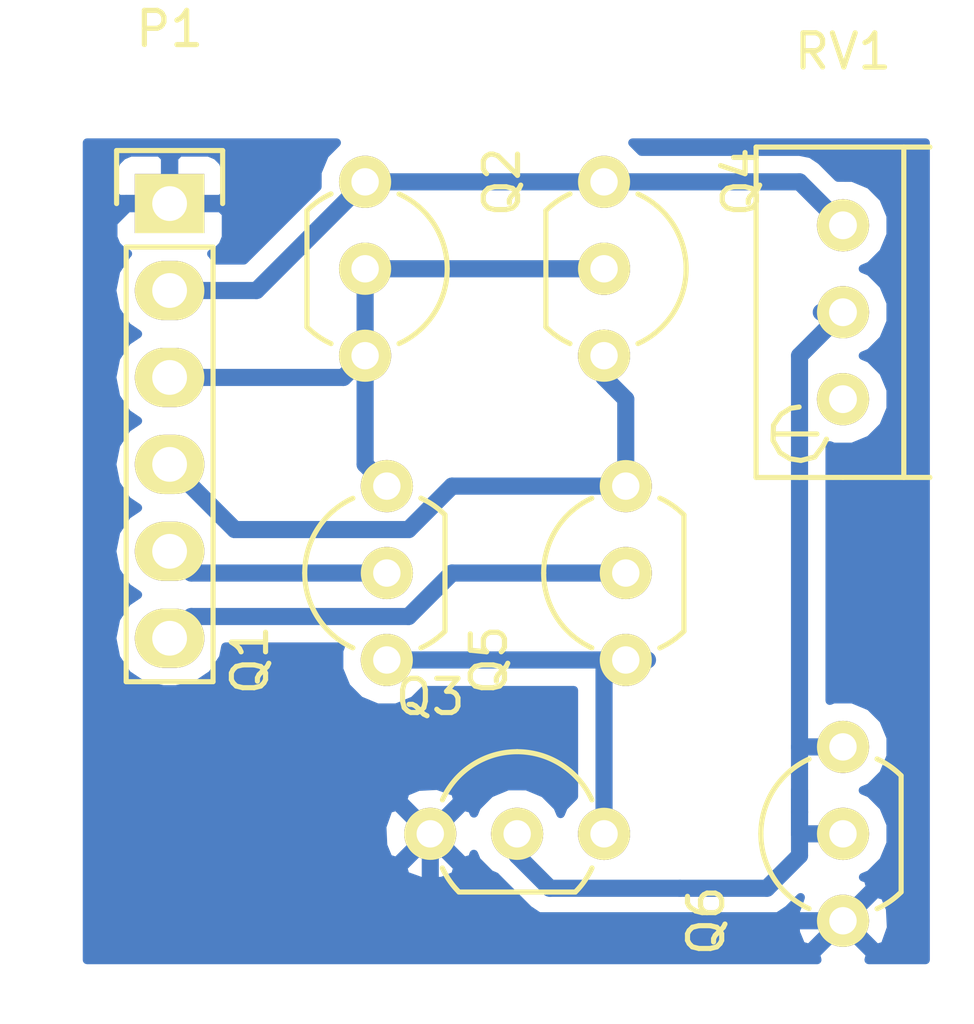
<source format=kicad_pcb>
(kicad_pcb (version 4) (host pcbnew 4.0.2+dfsg1-stable)

  (general
    (links 18)
    (no_connects 0)
    (area 130.146667 86.485 158.915 116.844762)
    (thickness 1.6)
    (drawings 0)
    (tracks 51)
    (zones 0)
    (modules 8)
    (nets 9)
  )

  (page A4)
  (layers
    (0 F.Cu signal)
    (31 B.Cu signal)
    (32 B.Adhes user)
    (33 F.Adhes user)
    (34 B.Paste user)
    (35 F.Paste user)
    (36 B.SilkS user)
    (37 F.SilkS user)
    (38 B.Mask user)
    (39 F.Mask user)
    (40 Dwgs.User user)
    (41 Cmts.User user)
    (42 Eco1.User user)
    (43 Eco2.User user)
    (44 Edge.Cuts user)
    (45 Margin user)
    (46 B.CrtYd user)
    (47 F.CrtYd user)
    (48 B.Fab user)
    (49 F.Fab user)
  )

  (setup
    (last_trace_width 0.5)
    (trace_clearance 0.2)
    (zone_clearance 0.508)
    (zone_45_only no)
    (trace_min 0.2)
    (segment_width 0.2)
    (edge_width 0.1)
    (via_size 1.5)
    (via_drill 0.75)
    (via_min_size 0.4)
    (via_min_drill 0.3)
    (uvia_size 0.3)
    (uvia_drill 0.1)
    (uvias_allowed no)
    (uvia_min_size 0.2)
    (uvia_min_drill 0.1)
    (pcb_text_width 0.3)
    (pcb_text_size 1.5 1.5)
    (mod_edge_width 0.15)
    (mod_text_size 1 1)
    (mod_text_width 0.15)
    (pad_size 1.5 1.5)
    (pad_drill 0.6)
    (pad_to_mask_clearance 0)
    (aux_axis_origin 0 0)
    (visible_elements FFFFFF7F)
    (pcbplotparams
      (layerselection 0x00030_80000001)
      (usegerberextensions false)
      (excludeedgelayer true)
      (linewidth 0.100000)
      (plotframeref false)
      (viasonmask false)
      (mode 1)
      (useauxorigin false)
      (hpglpennumber 1)
      (hpglpenspeed 20)
      (hpglpendiameter 15)
      (hpglpenoverlay 2)
      (psnegative false)
      (psa4output false)
      (plotreference true)
      (plotvalue true)
      (plotinvisibletext false)
      (padsonsilk false)
      (subtractmaskfromsilk false)
      (outputformat 1)
      (mirror false)
      (drillshape 0)
      (scaleselection 1)
      (outputdirectory gerber))
  )

  (net 0 "")
  (net 1 "Net-(P1-Pad1)")
  (net 2 "Net-(P1-Pad2)")
  (net 3 "Net-(P1-Pad3)")
  (net 4 "Net-(P1-Pad4)")
  (net 5 "Net-(Q3-Pad2)")
  (net 6 "Net-(P1-Pad5)")
  (net 7 "Net-(P1-Pad6)")
  (net 8 "Net-(Q1-Pad1)")

  (net_class Default "This is the default net class."
    (clearance 0.2)
    (trace_width 0.5)
    (via_dia 1.5)
    (via_drill 0.75)
    (uvia_dia 0.3)
    (uvia_drill 0.1)
    (add_net "Net-(P1-Pad1)")
    (add_net "Net-(P1-Pad2)")
    (add_net "Net-(P1-Pad3)")
    (add_net "Net-(P1-Pad4)")
    (add_net "Net-(P1-Pad5)")
    (add_net "Net-(P1-Pad6)")
    (add_net "Net-(Q1-Pad1)")
    (add_net "Net-(Q3-Pad2)")
  )

  (module Pin_Headers:Pin_Header_Straight_1x06 (layer F.Cu) (tedit 0) (tstamp 57E21FB0)
    (at 135.255 92.71)
    (descr "Through hole pin header")
    (tags "pin header")
    (path /57E2197C)
    (fp_text reference P1 (at 0 -5.1) (layer F.SilkS)
      (effects (font (size 1 1) (thickness 0.15)))
    )
    (fp_text value CONN_01X06 (at 0 -3.1) (layer F.Fab)
      (effects (font (size 1 1) (thickness 0.15)))
    )
    (fp_line (start -1.75 -1.75) (end -1.75 14.45) (layer F.CrtYd) (width 0.05))
    (fp_line (start 1.75 -1.75) (end 1.75 14.45) (layer F.CrtYd) (width 0.05))
    (fp_line (start -1.75 -1.75) (end 1.75 -1.75) (layer F.CrtYd) (width 0.05))
    (fp_line (start -1.75 14.45) (end 1.75 14.45) (layer F.CrtYd) (width 0.05))
    (fp_line (start 1.27 1.27) (end 1.27 13.97) (layer F.SilkS) (width 0.15))
    (fp_line (start 1.27 13.97) (end -1.27 13.97) (layer F.SilkS) (width 0.15))
    (fp_line (start -1.27 13.97) (end -1.27 1.27) (layer F.SilkS) (width 0.15))
    (fp_line (start 1.55 -1.55) (end 1.55 0) (layer F.SilkS) (width 0.15))
    (fp_line (start 1.27 1.27) (end -1.27 1.27) (layer F.SilkS) (width 0.15))
    (fp_line (start -1.55 0) (end -1.55 -1.55) (layer F.SilkS) (width 0.15))
    (fp_line (start -1.55 -1.55) (end 1.55 -1.55) (layer F.SilkS) (width 0.15))
    (pad 1 thru_hole rect (at 0 0) (size 2.032 1.7272) (drill 1.016) (layers *.Cu *.Mask F.SilkS)
      (net 1 "Net-(P1-Pad1)"))
    (pad 2 thru_hole oval (at 0 2.54) (size 2.032 1.7272) (drill 1.016) (layers *.Cu *.Mask F.SilkS)
      (net 2 "Net-(P1-Pad2)"))
    (pad 3 thru_hole oval (at 0 5.08) (size 2.032 1.7272) (drill 1.016) (layers *.Cu *.Mask F.SilkS)
      (net 3 "Net-(P1-Pad3)"))
    (pad 4 thru_hole oval (at 0 7.62) (size 2.032 1.7272) (drill 1.016) (layers *.Cu *.Mask F.SilkS)
      (net 4 "Net-(P1-Pad4)"))
    (pad 5 thru_hole oval (at 0 10.16) (size 2.032 1.7272) (drill 1.016) (layers *.Cu *.Mask F.SilkS)
      (net 6 "Net-(P1-Pad5)"))
    (pad 6 thru_hole oval (at 0 12.7) (size 2.032 1.7272) (drill 1.016) (layers *.Cu *.Mask F.SilkS)
      (net 7 "Net-(P1-Pad6)"))
    (model Pin_Headers.3dshapes/Pin_Header_Straight_1x06.wrl
      (at (xyz 0 -0.25 0))
      (scale (xyz 1 1 1))
      (rotate (xyz 0 0 90))
    )
  )

  (module TO_SOT_Packages_THT:TO-92_Inline_Wide (layer F.Cu) (tedit 54F242B4) (tstamp 57E21FB9)
    (at 141.605 106.045 90)
    (descr "TO-92 leads in-line, wide, drill 0.8mm (see NXP sot054_po.pdf)")
    (tags "to-92 sc-43 sc-43a sot54 PA33 transistor")
    (path /57E1F378)
    (fp_text reference Q1 (at 0 -4 270) (layer F.SilkS)
      (effects (font (size 1 1) (thickness 0.15)))
    )
    (fp_text value MOS_N (at 0 3 90) (layer F.Fab)
      (effects (font (size 1 1) (thickness 0.15)))
    )
    (fp_arc (start 2.54 0) (end 0.84 1.7) (angle 20.5) (layer F.SilkS) (width 0.15))
    (fp_arc (start 2.54 0) (end 4.24 1.7) (angle -20.5) (layer F.SilkS) (width 0.15))
    (fp_line (start -1 1.95) (end -1 -2.65) (layer F.CrtYd) (width 0.05))
    (fp_line (start -1 1.95) (end 6.1 1.95) (layer F.CrtYd) (width 0.05))
    (fp_line (start 0.84 1.7) (end 4.24 1.7) (layer F.SilkS) (width 0.15))
    (fp_arc (start 2.54 0) (end 2.54 -2.4) (angle -65.55604127) (layer F.SilkS) (width 0.15))
    (fp_arc (start 2.54 0) (end 2.54 -2.4) (angle 65.55604127) (layer F.SilkS) (width 0.15))
    (fp_line (start -1 -2.65) (end 6.1 -2.65) (layer F.CrtYd) (width 0.05))
    (fp_line (start 6.1 1.95) (end 6.1 -2.65) (layer F.CrtYd) (width 0.05))
    (pad 2 thru_hole circle (at 2.54 0 180) (size 1.524 1.524) (drill 0.8) (layers *.Cu *.Mask F.SilkS)
      (net 6 "Net-(P1-Pad5)"))
    (pad 3 thru_hole circle (at 5.08 0 180) (size 1.524 1.524) (drill 0.8) (layers *.Cu *.Mask F.SilkS)
      (net 3 "Net-(P1-Pad3)"))
    (pad 1 thru_hole circle (at 0 0 180) (size 1.524 1.524) (drill 0.8) (layers *.Cu *.Mask F.SilkS)
      (net 8 "Net-(Q1-Pad1)"))
    (model TO_SOT_Packages_THT.3dshapes/TO-92_Inline_Wide.wrl
      (at (xyz 0.1 0 0))
      (scale (xyz 1 1 1))
      (rotate (xyz 0 0 -90))
    )
  )

  (module TO_SOT_Packages_THT:TO-92_Inline_Wide (layer F.Cu) (tedit 54F242B4) (tstamp 57E21FBF)
    (at 140.97 92.075 270)
    (descr "TO-92 leads in-line, wide, drill 0.8mm (see NXP sot054_po.pdf)")
    (tags "to-92 sc-43 sc-43a sot54 PA33 transistor")
    (path /57E1EECB)
    (fp_text reference Q2 (at 0 -4 450) (layer F.SilkS)
      (effects (font (size 1 1) (thickness 0.15)))
    )
    (fp_text value 2N3906 (at 0 3 270) (layer F.Fab)
      (effects (font (size 1 1) (thickness 0.15)))
    )
    (fp_arc (start 2.54 0) (end 0.84 1.7) (angle 20.5) (layer F.SilkS) (width 0.15))
    (fp_arc (start 2.54 0) (end 4.24 1.7) (angle -20.5) (layer F.SilkS) (width 0.15))
    (fp_line (start -1 1.95) (end -1 -2.65) (layer F.CrtYd) (width 0.05))
    (fp_line (start -1 1.95) (end 6.1 1.95) (layer F.CrtYd) (width 0.05))
    (fp_line (start 0.84 1.7) (end 4.24 1.7) (layer F.SilkS) (width 0.15))
    (fp_arc (start 2.54 0) (end 2.54 -2.4) (angle -65.55604127) (layer F.SilkS) (width 0.15))
    (fp_arc (start 2.54 0) (end 2.54 -2.4) (angle 65.55604127) (layer F.SilkS) (width 0.15))
    (fp_line (start -1 -2.65) (end 6.1 -2.65) (layer F.CrtYd) (width 0.05))
    (fp_line (start 6.1 1.95) (end 6.1 -2.65) (layer F.CrtYd) (width 0.05))
    (pad 2 thru_hole circle (at 2.54 0) (size 1.524 1.524) (drill 0.8) (layers *.Cu *.Mask F.SilkS)
      (net 3 "Net-(P1-Pad3)"))
    (pad 3 thru_hole circle (at 5.08 0) (size 1.524 1.524) (drill 0.8) (layers *.Cu *.Mask F.SilkS)
      (net 3 "Net-(P1-Pad3)"))
    (pad 1 thru_hole circle (at 0 0) (size 1.524 1.524) (drill 0.8) (layers *.Cu *.Mask F.SilkS)
      (net 2 "Net-(P1-Pad2)"))
    (model TO_SOT_Packages_THT.3dshapes/TO-92_Inline_Wide.wrl
      (at (xyz 0.1 0 0))
      (scale (xyz 1 1 1))
      (rotate (xyz 0 0 -90))
    )
  )

  (module TO_SOT_Packages_THT:TO-92_Inline_Wide (layer F.Cu) (tedit 54F242B4) (tstamp 57E21FC5)
    (at 142.875 111.125)
    (descr "TO-92 leads in-line, wide, drill 0.8mm (see NXP sot054_po.pdf)")
    (tags "to-92 sc-43 sc-43a sot54 PA33 transistor")
    (path /57E1F110)
    (fp_text reference Q3 (at 0 -4 180) (layer F.SilkS)
      (effects (font (size 1 1) (thickness 0.15)))
    )
    (fp_text value 2N3904 (at 0 3) (layer F.Fab)
      (effects (font (size 1 1) (thickness 0.15)))
    )
    (fp_arc (start 2.54 0) (end 0.84 1.7) (angle 20.5) (layer F.SilkS) (width 0.15))
    (fp_arc (start 2.54 0) (end 4.24 1.7) (angle -20.5) (layer F.SilkS) (width 0.15))
    (fp_line (start -1 1.95) (end -1 -2.65) (layer F.CrtYd) (width 0.05))
    (fp_line (start -1 1.95) (end 6.1 1.95) (layer F.CrtYd) (width 0.05))
    (fp_line (start 0.84 1.7) (end 4.24 1.7) (layer F.SilkS) (width 0.15))
    (fp_arc (start 2.54 0) (end 2.54 -2.4) (angle -65.55604127) (layer F.SilkS) (width 0.15))
    (fp_arc (start 2.54 0) (end 2.54 -2.4) (angle 65.55604127) (layer F.SilkS) (width 0.15))
    (fp_line (start -1 -2.65) (end 6.1 -2.65) (layer F.CrtYd) (width 0.05))
    (fp_line (start 6.1 1.95) (end 6.1 -2.65) (layer F.CrtYd) (width 0.05))
    (pad 2 thru_hole circle (at 2.54 0 90) (size 1.524 1.524) (drill 0.8) (layers *.Cu *.Mask F.SilkS)
      (net 5 "Net-(Q3-Pad2)"))
    (pad 3 thru_hole circle (at 5.08 0 90) (size 1.524 1.524) (drill 0.8) (layers *.Cu *.Mask F.SilkS)
      (net 8 "Net-(Q1-Pad1)"))
    (pad 1 thru_hole circle (at 0 0 90) (size 1.524 1.524) (drill 0.8) (layers *.Cu *.Mask F.SilkS)
      (net 1 "Net-(P1-Pad1)"))
    (model TO_SOT_Packages_THT.3dshapes/TO-92_Inline_Wide.wrl
      (at (xyz 0.1 0 0))
      (scale (xyz 1 1 1))
      (rotate (xyz 0 0 -90))
    )
  )

  (module TO_SOT_Packages_THT:TO-92_Inline_Wide (layer F.Cu) (tedit 54F242B4) (tstamp 57E21FCB)
    (at 147.955 92.075 270)
    (descr "TO-92 leads in-line, wide, drill 0.8mm (see NXP sot054_po.pdf)")
    (tags "to-92 sc-43 sc-43a sot54 PA33 transistor")
    (path /57E1EE78)
    (fp_text reference Q4 (at 0 -4 450) (layer F.SilkS)
      (effects (font (size 1 1) (thickness 0.15)))
    )
    (fp_text value 2N3906 (at 0 3 270) (layer F.Fab)
      (effects (font (size 1 1) (thickness 0.15)))
    )
    (fp_arc (start 2.54 0) (end 0.84 1.7) (angle 20.5) (layer F.SilkS) (width 0.15))
    (fp_arc (start 2.54 0) (end 4.24 1.7) (angle -20.5) (layer F.SilkS) (width 0.15))
    (fp_line (start -1 1.95) (end -1 -2.65) (layer F.CrtYd) (width 0.05))
    (fp_line (start -1 1.95) (end 6.1 1.95) (layer F.CrtYd) (width 0.05))
    (fp_line (start 0.84 1.7) (end 4.24 1.7) (layer F.SilkS) (width 0.15))
    (fp_arc (start 2.54 0) (end 2.54 -2.4) (angle -65.55604127) (layer F.SilkS) (width 0.15))
    (fp_arc (start 2.54 0) (end 2.54 -2.4) (angle 65.55604127) (layer F.SilkS) (width 0.15))
    (fp_line (start -1 -2.65) (end 6.1 -2.65) (layer F.CrtYd) (width 0.05))
    (fp_line (start 6.1 1.95) (end 6.1 -2.65) (layer F.CrtYd) (width 0.05))
    (pad 2 thru_hole circle (at 2.54 0) (size 1.524 1.524) (drill 0.8) (layers *.Cu *.Mask F.SilkS)
      (net 3 "Net-(P1-Pad3)"))
    (pad 3 thru_hole circle (at 5.08 0) (size 1.524 1.524) (drill 0.8) (layers *.Cu *.Mask F.SilkS)
      (net 4 "Net-(P1-Pad4)"))
    (pad 1 thru_hole circle (at 0 0) (size 1.524 1.524) (drill 0.8) (layers *.Cu *.Mask F.SilkS)
      (net 2 "Net-(P1-Pad2)"))
    (model TO_SOT_Packages_THT.3dshapes/TO-92_Inline_Wide.wrl
      (at (xyz 0.1 0 0))
      (scale (xyz 1 1 1))
      (rotate (xyz 0 0 -90))
    )
  )

  (module TO_SOT_Packages_THT:TO-92_Inline_Wide (layer F.Cu) (tedit 54F242B4) (tstamp 57E21FD7)
    (at 148.59 106.045 90)
    (descr "TO-92 leads in-line, wide, drill 0.8mm (see NXP sot054_po.pdf)")
    (tags "to-92 sc-43 sc-43a sot54 PA33 transistor")
    (path /57E1F215)
    (fp_text reference Q5 (at 0 -4 270) (layer F.SilkS)
      (effects (font (size 1 1) (thickness 0.15)))
    )
    (fp_text value MOS_N (at 0 3 90) (layer F.Fab)
      (effects (font (size 1 1) (thickness 0.15)))
    )
    (fp_arc (start 2.54 0) (end 0.84 1.7) (angle 20.5) (layer F.SilkS) (width 0.15))
    (fp_arc (start 2.54 0) (end 4.24 1.7) (angle -20.5) (layer F.SilkS) (width 0.15))
    (fp_line (start -1 1.95) (end -1 -2.65) (layer F.CrtYd) (width 0.05))
    (fp_line (start -1 1.95) (end 6.1 1.95) (layer F.CrtYd) (width 0.05))
    (fp_line (start 0.84 1.7) (end 4.24 1.7) (layer F.SilkS) (width 0.15))
    (fp_arc (start 2.54 0) (end 2.54 -2.4) (angle -65.55604127) (layer F.SilkS) (width 0.15))
    (fp_arc (start 2.54 0) (end 2.54 -2.4) (angle 65.55604127) (layer F.SilkS) (width 0.15))
    (fp_line (start -1 -2.65) (end 6.1 -2.65) (layer F.CrtYd) (width 0.05))
    (fp_line (start 6.1 1.95) (end 6.1 -2.65) (layer F.CrtYd) (width 0.05))
    (pad 2 thru_hole circle (at 2.54 0 180) (size 1.524 1.524) (drill 0.8) (layers *.Cu *.Mask F.SilkS)
      (net 7 "Net-(P1-Pad6)"))
    (pad 3 thru_hole circle (at 5.08 0 180) (size 1.524 1.524) (drill 0.8) (layers *.Cu *.Mask F.SilkS)
      (net 4 "Net-(P1-Pad4)"))
    (pad 1 thru_hole circle (at 0 0 180) (size 1.524 1.524) (drill 0.8) (layers *.Cu *.Mask F.SilkS)
      (net 8 "Net-(Q1-Pad1)"))
    (model TO_SOT_Packages_THT.3dshapes/TO-92_Inline_Wide.wrl
      (at (xyz 0.1 0 0))
      (scale (xyz 1 1 1))
      (rotate (xyz 0 0 -90))
    )
  )

  (module TO_SOT_Packages_THT:TO-92_Inline_Wide (layer F.Cu) (tedit 54F242B4) (tstamp 57E21FDE)
    (at 154.94 113.665 90)
    (descr "TO-92 leads in-line, wide, drill 0.8mm (see NXP sot054_po.pdf)")
    (tags "to-92 sc-43 sc-43a sot54 PA33 transistor")
    (path /57E1F193)
    (fp_text reference Q6 (at 0 -4 270) (layer F.SilkS)
      (effects (font (size 1 1) (thickness 0.15)))
    )
    (fp_text value 2N3904 (at 0 3 90) (layer F.Fab)
      (effects (font (size 1 1) (thickness 0.15)))
    )
    (fp_arc (start 2.54 0) (end 0.84 1.7) (angle 20.5) (layer F.SilkS) (width 0.15))
    (fp_arc (start 2.54 0) (end 4.24 1.7) (angle -20.5) (layer F.SilkS) (width 0.15))
    (fp_line (start -1 1.95) (end -1 -2.65) (layer F.CrtYd) (width 0.05))
    (fp_line (start -1 1.95) (end 6.1 1.95) (layer F.CrtYd) (width 0.05))
    (fp_line (start 0.84 1.7) (end 4.24 1.7) (layer F.SilkS) (width 0.15))
    (fp_arc (start 2.54 0) (end 2.54 -2.4) (angle -65.55604127) (layer F.SilkS) (width 0.15))
    (fp_arc (start 2.54 0) (end 2.54 -2.4) (angle 65.55604127) (layer F.SilkS) (width 0.15))
    (fp_line (start -1 -2.65) (end 6.1 -2.65) (layer F.CrtYd) (width 0.05))
    (fp_line (start 6.1 1.95) (end 6.1 -2.65) (layer F.CrtYd) (width 0.05))
    (pad 2 thru_hole circle (at 2.54 0 180) (size 1.524 1.524) (drill 0.8) (layers *.Cu *.Mask F.SilkS)
      (net 5 "Net-(Q3-Pad2)"))
    (pad 3 thru_hole circle (at 5.08 0 180) (size 1.524 1.524) (drill 0.8) (layers *.Cu *.Mask F.SilkS)
      (net 5 "Net-(Q3-Pad2)"))
    (pad 1 thru_hole circle (at 0 0 180) (size 1.524 1.524) (drill 0.8) (layers *.Cu *.Mask F.SilkS)
      (net 1 "Net-(P1-Pad1)"))
    (model TO_SOT_Packages_THT.3dshapes/TO-92_Inline_Wide.wrl
      (at (xyz 0.1 0 0))
      (scale (xyz 1 1 1))
      (rotate (xyz 0 0 -90))
    )
  )

  (module Potentiometers:Potentiometer_Bourns_3296W_3-8Zoll_Inline_ScrewUp (layer F.Cu) (tedit 54130B3D) (tstamp 57E21FE5)
    (at 154.94 98.425)
    (descr "3296, 3/8, Square, Trimpot, Trimming, Potentiometer, Bourns")
    (tags "3296, 3/8, Square, Trimpot, Trimming, Potentiometer, Bourns")
    (path /57E22A2E)
    (fp_text reference RV1 (at 0 -10.16) (layer F.SilkS)
      (effects (font (size 1 1) (thickness 0.15)))
    )
    (fp_text value POT (at 1.27 5.08) (layer F.Fab)
      (effects (font (size 1 1) (thickness 0.15)))
    )
    (fp_line (start -2.032 1.016) (end -0.762 1.016) (layer F.SilkS) (width 0.15))
    (fp_line (start -1.2827 0.2286) (end -1.5367 0.2667) (layer F.SilkS) (width 0.15))
    (fp_line (start -1.5367 0.2667) (end -1.8161 0.4445) (layer F.SilkS) (width 0.15))
    (fp_line (start -1.8161 0.4445) (end -2.032 0.762) (layer F.SilkS) (width 0.15))
    (fp_line (start -2.032 0.762) (end -2.0447 1.2065) (layer F.SilkS) (width 0.15))
    (fp_line (start -2.0447 1.2065) (end -1.8415 1.5621) (layer F.SilkS) (width 0.15))
    (fp_line (start -1.8415 1.5621) (end -1.5494 1.7399) (layer F.SilkS) (width 0.15))
    (fp_line (start -1.5494 1.7399) (end -1.2319 1.7907) (layer F.SilkS) (width 0.15))
    (fp_line (start -1.2319 1.7907) (end -0.8255 1.6891) (layer F.SilkS) (width 0.15))
    (fp_line (start -0.8255 1.6891) (end -0.5715 1.3462) (layer F.SilkS) (width 0.15))
    (fp_line (start -0.5715 1.3462) (end -0.4826 1.1684) (layer F.SilkS) (width 0.15))
    (fp_line (start 1.778 -7.366) (end 1.778 2.286) (layer F.SilkS) (width 0.15))
    (fp_line (start -1.27 2.286) (end -2.54 2.286) (layer F.SilkS) (width 0.15))
    (fp_line (start -2.54 2.286) (end -2.54 -7.366) (layer F.SilkS) (width 0.15))
    (fp_line (start -2.54 -7.366) (end 2.54 -7.366) (layer F.SilkS) (width 0.15))
    (fp_line (start 2.54 2.286) (end 0 2.286) (layer F.SilkS) (width 0.15))
    (fp_line (start 0 2.286) (end -1.27 2.286) (layer F.SilkS) (width 0.15))
    (pad 2 thru_hole circle (at 0 -2.54) (size 1.524 1.524) (drill 0.8128) (layers *.Cu *.Mask F.SilkS)
      (net 5 "Net-(Q3-Pad2)"))
    (pad 3 thru_hole circle (at 0 -5.08) (size 1.524 1.524) (drill 0.8128) (layers *.Cu *.Mask F.SilkS)
      (net 2 "Net-(P1-Pad2)"))
    (pad 1 thru_hole circle (at 0 0) (size 1.524 1.524) (drill 0.8128) (layers *.Cu *.Mask F.SilkS))
    (model Potentiometers.3dshapes/Potentiometer_Bourns_3296W_3-8Zoll_Inline_ScrewUp.wrl
      (at (xyz 0 0 0))
      (scale (xyz 1 1 1))
      (rotate (xyz 0 0 0))
    )
  )

  (segment (start 142.875 113.665) (end 139.065 113.665) (width 0.5) (layer B.Cu) (net 1))
  (segment (start 133.35 107.95) (end 133.35 93.345) (width 0.5) (layer B.Cu) (net 1) (tstamp 57E22340))
  (segment (start 139.065 113.665) (end 133.35 107.95) (width 0.5) (layer B.Cu) (net 1) (tstamp 57E2233B))
  (segment (start 133.985 92.71) (end 133.35 93.345) (width 0.5) (layer B.Cu) (net 1) (tstamp 57E22308))
  (segment (start 135.255 92.71) (end 133.985 92.71) (width 0.5) (layer B.Cu) (net 1) (status 10))
  (segment (start 142.875 111.125) (end 142.875 113.665) (width 0.5) (layer B.Cu) (net 1) (status 10))
  (segment (start 154.94 113.665) (end 142.875 113.665) (width 0.5) (layer B.Cu) (net 1) (status 10))
  (segment (start 147.955 92.075) (end 153.67 92.075) (width 0.5) (layer B.Cu) (net 2) (status 10))
  (segment (start 153.67 92.075) (end 154.94 93.345) (width 0.5) (layer B.Cu) (net 2) (tstamp 57E222B8) (status 20))
  (segment (start 147.955 92.075) (end 140.97 92.075) (width 0.5) (layer B.Cu) (net 2) (status 30))
  (segment (start 140.97 92.075) (end 137.795 95.25) (width 0.5) (layer B.Cu) (net 2) (tstamp 57E2213B) (status 10))
  (segment (start 137.795 95.25) (end 135.255 95.25) (width 0.5) (layer B.Cu) (net 2) (tstamp 57E2213C) (status 20))
  (segment (start 140.97 97.155) (end 140.97 100.33) (width 0.5) (layer B.Cu) (net 3) (status 10))
  (segment (start 140.97 100.33) (end 141.605 100.965) (width 0.5) (layer B.Cu) (net 3) (tstamp 57E22151) (status 20))
  (segment (start 140.97 94.615) (end 140.97 97.155) (width 0.5) (layer B.Cu) (net 3) (status 30))
  (segment (start 140.97 97.155) (end 140.335 97.79) (width 0.5) (layer B.Cu) (net 3) (tstamp 57E2214A) (status 10))
  (segment (start 140.335 97.79) (end 135.255 97.79) (width 0.5) (layer B.Cu) (net 3) (tstamp 57E2214C) (status 20))
  (segment (start 147.955 94.615) (end 140.97 94.615) (width 0.5) (layer B.Cu) (net 3) (status 30))
  (segment (start 135.575 98.11) (end 135.255 97.79) (width 0.5) (layer F.Cu) (net 3) (tstamp 57D8C1F4) (status 30))
  (segment (start 148.59 100.965) (end 143.51 100.965) (width 0.5) (layer B.Cu) (net 4))
  (segment (start 137.16 102.235) (end 135.255 100.33) (width 0.5) (layer B.Cu) (net 4) (tstamp 57E223C5))
  (segment (start 142.24 102.235) (end 137.16 102.235) (width 0.5) (layer B.Cu) (net 4) (tstamp 57E223C2))
  (segment (start 143.51 100.965) (end 142.24 102.235) (width 0.5) (layer B.Cu) (net 4) (tstamp 57E223C0))
  (segment (start 147.955 97.155) (end 147.955 97.79) (width 0.5) (layer B.Cu) (net 4) (status 30))
  (segment (start 147.955 97.79) (end 148.59 98.425) (width 0.5) (layer B.Cu) (net 4) (tstamp 57E22157) (status 10))
  (segment (start 148.59 98.425) (end 148.59 100.965) (width 0.5) (layer B.Cu) (net 4) (tstamp 57E22159) (status 20))
  (segment (start 154.94 111.125) (end 153.67 111.125) (width 0.5) (layer B.Cu) (net 5))
  (segment (start 153.67 111.125) (end 153.67 110.49) (width 0.5) (layer B.Cu) (net 5) (tstamp 57E22403))
  (segment (start 154.94 108.585) (end 153.67 108.585) (width 0.5) (layer B.Cu) (net 5))
  (segment (start 153.67 110.49) (end 153.67 111.76) (width 0.5) (layer B.Cu) (net 5))
  (segment (start 146.369998 112.714998) (end 150.175002 112.714998) (width 0.5) (layer B.Cu) (net 5) (tstamp 57E221B8))
  (segment (start 146.369998 112.714998) (end 145.415 111.76) (width 0.5) (layer B.Cu) (net 5) (tstamp 57E221B4) (status 10))
  (segment (start 152.715002 112.714998) (end 153.67 111.76) (width 0.5) (layer B.Cu) (net 5) (tstamp 57E223F8))
  (segment (start 150.175002 112.714998) (end 152.715002 112.714998) (width 0.5) (layer B.Cu) (net 5))
  (segment (start 153.67 109.855) (end 153.67 110.49) (width 0.5) (layer B.Cu) (net 5) (tstamp 57E22417))
  (segment (start 153.67 110.49) (end 153.67 109.22) (width 0.5) (layer B.Cu) (net 5) (tstamp 57E2241B))
  (segment (start 154.94 95.885) (end 153.67 97.155) (width 0.5) (layer B.Cu) (net 5) (status 10))
  (segment (start 153.67 97.155) (end 153.67 108.585) (width 0.5) (layer B.Cu) (net 5) (tstamp 57E222BD))
  (segment (start 153.67 108.585) (end 153.67 109.22) (width 0.5) (layer B.Cu) (net 5) (tstamp 57E2243F))
  (segment (start 145.415 111.125) (end 145.415 111.76) (width 0.5) (layer B.Cu) (net 5) (status 30))
  (segment (start 154.305 95.885) (end 154.94 95.885) (width 0.5) (layer B.Cu) (net 5) (tstamp 57E22130) (status 30))
  (segment (start 141.605 103.505) (end 135.89 103.505) (width 0.5) (layer B.Cu) (net 6) (status 30))
  (segment (start 135.89 103.505) (end 135.255 102.87) (width 0.5) (layer B.Cu) (net 6) (tstamp 57E22351) (status 30))
  (segment (start 148.59 103.505) (end 143.51 103.505) (width 0.5) (layer B.Cu) (net 7) (status 10))
  (segment (start 143.51 103.505) (end 142.24 104.775) (width 0.5) (layer B.Cu) (net 7) (tstamp 57E223A8))
  (segment (start 135.89 104.775) (end 142.24 104.775) (width 0.5) (layer B.Cu) (net 7) (status 10))
  (segment (start 135.89 104.775) (end 135.255 105.41) (width 0.5) (layer B.Cu) (net 7) (tstamp 57E22388) (status 30))
  (segment (start 135.89 105.41) (end 135.255 105.41) (width 0.5) (layer B.Cu) (net 7) (tstamp 57E22380) (status 30))
  (segment (start 147.955 106.045) (end 141.605 106.045) (width 0.5) (layer B.Cu) (net 8) (tstamp 57E220D6) (status 30))
  (segment (start 147.955 111.125) (end 147.955 106.045) (width 0.5) (layer B.Cu) (net 8) (status 30))
  (segment (start 149.225 106.045) (end 147.955 106.045) (width 0.5) (layer B.Cu) (net 8) (status 30))

  (zone (net 1) (net_name "Net-(P1-Pad1)") (layer B.Cu) (tstamp 57E22473) (hatch edge 0.508)
    (connect_pads (clearance 0.508))
    (min_thickness 0.254)
    (fill yes (arc_segments 16) (thermal_gap 0.508) (thermal_bridge_width 0.508))
    (polygon
      (pts
        (xy 132.715 90.805) (xy 157.48 90.805) (xy 157.48 114.935) (xy 132.715 114.935)
      )
    )
    (filled_polygon
      (pts
        (xy 139.786371 91.28263) (xy 139.573243 91.7959) (xy 139.572872 92.220548) (xy 137.42842 94.365) (xy 136.616126 94.365)
        (xy 136.499415 94.19033) (xy 136.47722 94.1755) (xy 136.630698 94.111927) (xy 136.809327 93.933299) (xy 136.906 93.69991)
        (xy 136.906 92.99575) (xy 136.74725 92.837) (xy 135.382 92.837) (xy 135.382 92.857) (xy 135.128 92.857)
        (xy 135.128 92.837) (xy 133.76275 92.837) (xy 133.604 92.99575) (xy 133.604 93.69991) (xy 133.700673 93.933299)
        (xy 133.879302 94.111927) (xy 134.03278 94.1755) (xy 134.010585 94.19033) (xy 133.685729 94.676511) (xy 133.571655 95.25)
        (xy 133.685729 95.823489) (xy 134.010585 96.30967) (xy 134.325366 96.52) (xy 134.010585 96.73033) (xy 133.685729 97.216511)
        (xy 133.571655 97.79) (xy 133.685729 98.363489) (xy 134.010585 98.84967) (xy 134.325366 99.06) (xy 134.010585 99.27033)
        (xy 133.685729 99.756511) (xy 133.571655 100.33) (xy 133.685729 100.903489) (xy 134.010585 101.38967) (xy 134.325366 101.6)
        (xy 134.010585 101.81033) (xy 133.685729 102.296511) (xy 133.571655 102.87) (xy 133.685729 103.443489) (xy 134.010585 103.92967)
        (xy 134.325366 104.14) (xy 134.010585 104.35033) (xy 133.685729 104.836511) (xy 133.571655 105.41) (xy 133.685729 105.983489)
        (xy 134.010585 106.46967) (xy 134.496766 106.794526) (xy 135.070255 106.9086) (xy 135.439745 106.9086) (xy 136.013234 106.794526)
        (xy 136.499415 106.46967) (xy 136.824271 105.983489) (xy 136.888617 105.66) (xy 140.252216 105.66) (xy 140.208243 105.7659)
        (xy 140.207758 106.321661) (xy 140.41999 106.835303) (xy 140.81263 107.228629) (xy 141.3259 107.441757) (xy 141.881661 107.442242)
        (xy 142.395303 107.23001) (xy 142.695837 106.93) (xy 147.07 106.93) (xy 147.07 110.034522) (xy 146.771371 110.33263)
        (xy 146.685051 110.540512) (xy 146.60001 110.334697) (xy 146.20737 109.941371) (xy 145.6941 109.728243) (xy 145.138339 109.727758)
        (xy 144.624697 109.93999) (xy 144.231371 110.33263) (xy 144.151605 110.524727) (xy 144.097397 110.393857) (xy 143.855213 110.324392)
        (xy 143.054605 111.125) (xy 143.855213 111.925608) (xy 144.097397 111.856143) (xy 144.147509 111.715682) (xy 144.22999 111.915303)
        (xy 144.62263 112.308629) (xy 144.78182 112.374731) (xy 144.78921 112.38579) (xy 145.744206 113.340785) (xy 145.744208 113.340788)
        (xy 145.918585 113.457302) (xy 146.031323 113.532631) (xy 146.369998 113.599999) (xy 146.370003 113.599998) (xy 152.714997 113.599998)
        (xy 152.715002 113.599999) (xy 152.997486 113.543808) (xy 153.053677 113.532631) (xy 153.340792 113.340788) (xy 153.340793 113.340787)
        (xy 153.700897 112.980682) (xy 153.530856 113.457302) (xy 153.558638 114.012368) (xy 153.717603 114.396143) (xy 153.959787 114.465608)
        (xy 154.760395 113.665) (xy 155.119605 113.665) (xy 155.920213 114.465608) (xy 156.162397 114.396143) (xy 156.349144 113.872698)
        (xy 156.321362 113.317632) (xy 156.162397 112.933857) (xy 155.920213 112.864392) (xy 155.119605 113.665) (xy 154.760395 113.665)
        (xy 154.746253 113.650858) (xy 154.925858 113.471253) (xy 154.94 113.485395) (xy 155.740608 112.684787) (xy 155.671143 112.442603)
        (xy 155.530682 112.392491) (xy 155.730303 112.31001) (xy 156.123629 111.91737) (xy 156.336757 111.4041) (xy 156.337242 110.848339)
        (xy 156.12501 110.334697) (xy 155.73237 109.941371) (xy 155.524488 109.855051) (xy 155.730303 109.77001) (xy 156.123629 109.37737)
        (xy 156.336757 108.8641) (xy 156.337242 108.308339) (xy 156.12501 107.794697) (xy 155.73237 107.401371) (xy 155.2191 107.188243)
        (xy 154.663339 107.187758) (xy 154.555 107.232523) (xy 154.555 99.777784) (xy 154.6609 99.821757) (xy 155.216661 99.822242)
        (xy 155.730303 99.61001) (xy 156.123629 99.21737) (xy 156.336757 98.7041) (xy 156.337242 98.148339) (xy 156.12501 97.634697)
        (xy 155.73237 97.241371) (xy 155.524488 97.155051) (xy 155.730303 97.07001) (xy 156.123629 96.67737) (xy 156.336757 96.1641)
        (xy 156.337242 95.608339) (xy 156.12501 95.094697) (xy 155.73237 94.701371) (xy 155.524488 94.615051) (xy 155.730303 94.53001)
        (xy 156.123629 94.13737) (xy 156.336757 93.6241) (xy 156.337242 93.068339) (xy 156.12501 92.554697) (xy 155.73237 92.161371)
        (xy 155.2191 91.948243) (xy 154.794452 91.947872) (xy 154.29579 91.44921) (xy 154.008675 91.257367) (xy 153.952484 91.24619)
        (xy 153.67 91.189999) (xy 153.669995 91.19) (xy 149.045478 91.19) (xy 148.787928 90.932) (xy 157.353 90.932)
        (xy 157.353 114.808) (xy 155.693916 114.808) (xy 155.740608 114.645213) (xy 154.94 113.844605) (xy 154.139392 114.645213)
        (xy 154.186084 114.808) (xy 132.842 114.808) (xy 132.842 112.105213) (xy 142.074392 112.105213) (xy 142.143857 112.347397)
        (xy 142.667302 112.534144) (xy 143.222368 112.506362) (xy 143.606143 112.347397) (xy 143.675608 112.105213) (xy 142.875 111.304605)
        (xy 142.074392 112.105213) (xy 132.842 112.105213) (xy 132.842 110.917302) (xy 141.465856 110.917302) (xy 141.493638 111.472368)
        (xy 141.652603 111.856143) (xy 141.894787 111.925608) (xy 142.695395 111.125) (xy 141.894787 110.324392) (xy 141.652603 110.393857)
        (xy 141.465856 110.917302) (xy 132.842 110.917302) (xy 132.842 110.144787) (xy 142.074392 110.144787) (xy 142.875 110.945395)
        (xy 143.675608 110.144787) (xy 143.606143 109.902603) (xy 143.082698 109.715856) (xy 142.527632 109.743638) (xy 142.143857 109.902603)
        (xy 142.074392 110.144787) (xy 132.842 110.144787) (xy 132.842 91.72009) (xy 133.604 91.72009) (xy 133.604 92.42425)
        (xy 133.76275 92.583) (xy 135.128 92.583) (xy 135.128 91.37015) (xy 135.382 91.37015) (xy 135.382 92.583)
        (xy 136.74725 92.583) (xy 136.906 92.42425) (xy 136.906 91.72009) (xy 136.809327 91.486701) (xy 136.630698 91.308073)
        (xy 136.397309 91.2114) (xy 135.54075 91.2114) (xy 135.382 91.37015) (xy 135.128 91.37015) (xy 134.96925 91.2114)
        (xy 134.112691 91.2114) (xy 133.879302 91.308073) (xy 133.700673 91.486701) (xy 133.604 91.72009) (xy 132.842 91.72009)
        (xy 132.842 90.932) (xy 140.137614 90.932)
      )
    )
  )
)

</source>
